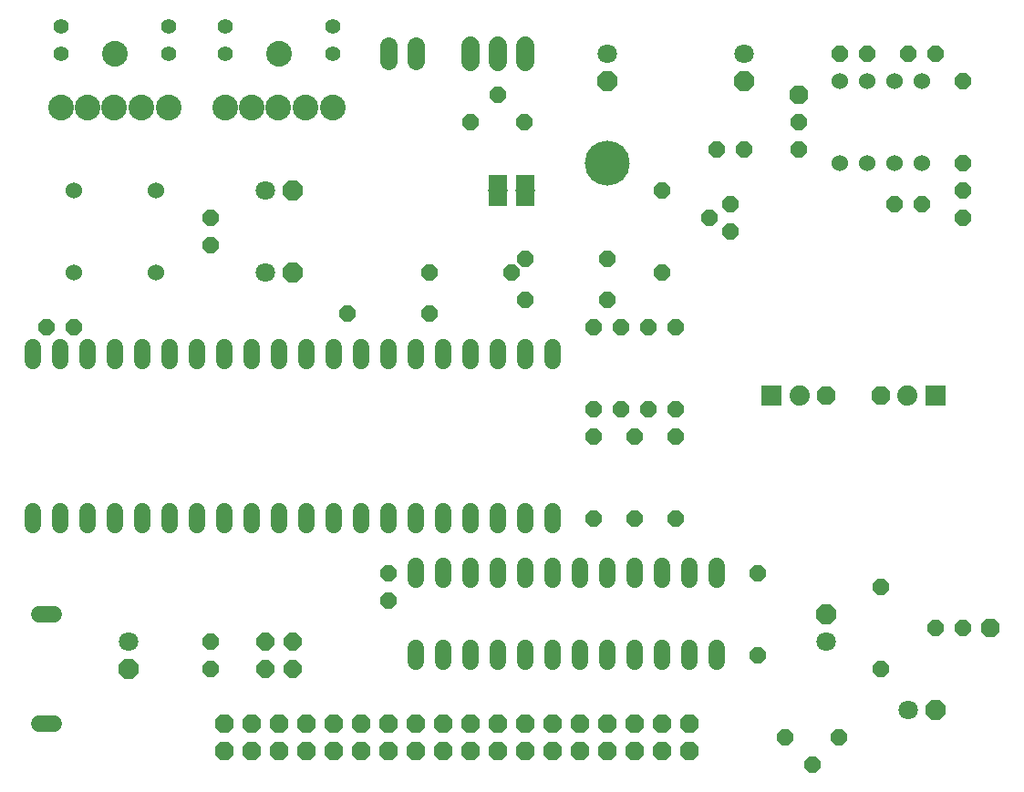
<source format=gbs>
G04 EAGLE Gerber RS-274X export*
G75*
%MOMM*%
%FSLAX34Y34*%
%LPD*%
%INSoldermask Bottom*%
%IPPOS*%
%AMOC8*
5,1,8,0,0,1.08239X$1,22.5*%
G01*
%ADD10P,1.649562X8X292.500000*%
%ADD11P,1.951982X8X292.500000*%
%ADD12C,1.803400*%
%ADD13P,1.649562X8X202.500000*%
%ADD14C,1.524000*%
%ADD15P,1.649562X8X22.500000*%
%ADD16P,1.649562X8X112.500000*%
%ADD17C,1.625600*%
%ADD18C,2.387600*%
%ADD19C,1.403200*%
%ADD20P,1.869504X8X22.500000*%
%ADD21P,1.951982X8X22.500000*%
%ADD22P,1.951982X8X112.500000*%
%ADD23C,4.165600*%
%ADD24P,1.869504X8X202.500000*%
%ADD25C,1.524000*%
%ADD26C,1.727200*%
%ADD27R,1.803400X1.371600*%
%ADD28R,1.828800X0.152400*%
%ADD29R,1.917700X1.917700*%
%ADD30C,1.879600*%
%ADD31P,1.759533X8X22.500000*%


D10*
X355600Y215900D03*
X355600Y190500D03*
D11*
X114300Y127000D03*
D12*
X114300Y152400D03*
D13*
X432054Y635000D03*
X482346Y635000D03*
X457200Y660400D03*
X685800Y609600D03*
X660400Y609600D03*
D14*
X774700Y596900D03*
X800100Y596900D03*
X800100Y673100D03*
X774700Y673100D03*
X825500Y596900D03*
X850900Y596900D03*
X825500Y673100D03*
X850900Y673100D03*
D13*
X800100Y698500D03*
X774700Y698500D03*
D10*
X736600Y635000D03*
X736600Y609600D03*
D15*
X838200Y698500D03*
X863600Y698500D03*
D16*
X889000Y596900D03*
X889000Y673100D03*
D10*
X889000Y571500D03*
X889000Y546100D03*
D17*
X381000Y691388D02*
X381000Y705612D01*
X355600Y705612D02*
X355600Y691388D01*
D18*
X254000Y698500D03*
X279000Y648500D03*
X304000Y648500D03*
X229000Y648500D03*
X204000Y648500D03*
D19*
X304000Y698500D03*
X304000Y723500D03*
X204000Y723500D03*
X204000Y698500D03*
D18*
X253600Y648500D03*
D20*
X736600Y660400D03*
D10*
X812800Y203200D03*
X812800Y127000D03*
D21*
X863600Y88900D03*
D12*
X838200Y88900D03*
D22*
X762000Y177800D03*
D12*
X762000Y152400D03*
D15*
X863600Y165100D03*
X889000Y165100D03*
D20*
X914400Y165100D03*
D15*
X825500Y558800D03*
X850900Y558800D03*
D10*
X190500Y152400D03*
X190500Y127000D03*
D23*
X558800Y596900D03*
D24*
X635000Y76200D03*
X609600Y76200D03*
X584200Y76200D03*
X558800Y76200D03*
X533400Y76200D03*
X508000Y76200D03*
X635000Y50800D03*
X609600Y50800D03*
X584200Y50800D03*
X558800Y50800D03*
X533400Y50800D03*
X508000Y50800D03*
X482600Y76200D03*
X482600Y50800D03*
X457200Y76200D03*
X431800Y76200D03*
X406400Y76200D03*
X381000Y76200D03*
X355600Y76200D03*
X330200Y76200D03*
X457200Y50800D03*
X431800Y50800D03*
X406400Y50800D03*
X381000Y50800D03*
X355600Y50800D03*
X330200Y50800D03*
X304800Y76200D03*
X304800Y50800D03*
X279400Y76200D03*
X254000Y76200D03*
X228600Y76200D03*
X203200Y76200D03*
X279400Y50800D03*
X254000Y50800D03*
X228600Y50800D03*
X203200Y50800D03*
D25*
X44704Y76200D02*
X31496Y76200D01*
X31496Y177800D02*
X44704Y177800D01*
D26*
X482600Y690880D02*
X482600Y706120D01*
X457200Y706120D02*
X457200Y690880D01*
X431800Y690880D02*
X431800Y706120D01*
D25*
X381000Y146304D02*
X381000Y133096D01*
X406400Y133096D02*
X406400Y146304D01*
X431800Y146304D02*
X431800Y133096D01*
X457200Y133096D02*
X457200Y146304D01*
X482600Y146304D02*
X482600Y133096D01*
X508000Y133096D02*
X508000Y146304D01*
X533400Y146304D02*
X533400Y133096D01*
X558800Y133096D02*
X558800Y146304D01*
X584200Y146304D02*
X584200Y133096D01*
X609600Y133096D02*
X609600Y146304D01*
X635000Y146304D02*
X635000Y133096D01*
X660400Y133096D02*
X660400Y146304D01*
X660400Y209296D02*
X660400Y222504D01*
X635000Y222504D02*
X635000Y209296D01*
X609600Y209296D02*
X609600Y222504D01*
X584200Y222504D02*
X584200Y209296D01*
X558800Y209296D02*
X558800Y222504D01*
X533400Y222504D02*
X533400Y209296D01*
X508000Y209296D02*
X508000Y222504D01*
X482600Y222504D02*
X482600Y209296D01*
X457200Y209296D02*
X457200Y222504D01*
X431800Y222504D02*
X431800Y209296D01*
X406400Y209296D02*
X406400Y222504D01*
X381000Y222504D02*
X381000Y209296D01*
D15*
X774446Y63500D03*
X724154Y63500D03*
X749300Y38100D03*
D27*
X482600Y563880D03*
X482600Y579120D03*
D28*
X482600Y571500D03*
D27*
X457200Y563880D03*
X457200Y579120D03*
D28*
X457200Y571500D03*
D29*
X711200Y381000D03*
X863600Y381000D03*
D30*
X737400Y381000D03*
X837400Y381000D03*
D20*
X812800Y381000D03*
X762000Y381000D03*
D14*
X63500Y571500D03*
X63500Y495300D03*
X139700Y495300D03*
X139700Y571500D03*
D10*
X190500Y546100D03*
X190500Y520700D03*
D25*
X25400Y273304D02*
X25400Y260096D01*
X50800Y260096D02*
X50800Y273304D01*
X177800Y273304D02*
X177800Y260096D01*
X203200Y260096D02*
X203200Y273304D01*
X76200Y273304D02*
X76200Y260096D01*
X101600Y260096D02*
X101600Y273304D01*
X152400Y273304D02*
X152400Y260096D01*
X127000Y260096D02*
X127000Y273304D01*
X228600Y273304D02*
X228600Y260096D01*
X254000Y260096D02*
X254000Y273304D01*
X279400Y273304D02*
X279400Y260096D01*
X304800Y260096D02*
X304800Y273304D01*
X330200Y273304D02*
X330200Y260096D01*
X355600Y260096D02*
X355600Y273304D01*
X381000Y273304D02*
X381000Y260096D01*
X406400Y260096D02*
X406400Y273304D01*
X431800Y273304D02*
X431800Y260096D01*
X457200Y260096D02*
X457200Y273304D01*
X482600Y273304D02*
X482600Y260096D01*
X508000Y260096D02*
X508000Y273304D01*
X508000Y412496D02*
X508000Y425704D01*
X482600Y425704D02*
X482600Y412496D01*
X457200Y412496D02*
X457200Y425704D01*
X431800Y425704D02*
X431800Y412496D01*
X406400Y412496D02*
X406400Y425704D01*
X381000Y425704D02*
X381000Y412496D01*
X355600Y412496D02*
X355600Y425704D01*
X330200Y425704D02*
X330200Y412496D01*
X304800Y412496D02*
X304800Y425704D01*
X279400Y425704D02*
X279400Y412496D01*
X254000Y412496D02*
X254000Y425704D01*
X228600Y425704D02*
X228600Y412496D01*
X203200Y412496D02*
X203200Y425704D01*
X177800Y425704D02*
X177800Y412496D01*
X152400Y412496D02*
X152400Y425704D01*
X127000Y425704D02*
X127000Y412496D01*
X101600Y412496D02*
X101600Y425704D01*
X76200Y425704D02*
X76200Y412496D01*
X50800Y412496D02*
X50800Y425704D01*
X25400Y425704D02*
X25400Y412496D01*
D16*
X546100Y368300D03*
X546100Y444500D03*
X571500Y368300D03*
X571500Y444500D03*
X596900Y368300D03*
X596900Y444500D03*
X546100Y266700D03*
X546100Y342900D03*
X584200Y266700D03*
X584200Y342900D03*
X622300Y266700D03*
X622300Y342900D03*
X622300Y368300D03*
X622300Y444500D03*
D15*
X482600Y469900D03*
X558800Y469900D03*
X482600Y508000D03*
X558800Y508000D03*
D13*
X469900Y495300D03*
X393700Y495300D03*
D15*
X317500Y457200D03*
X393700Y457200D03*
D21*
X266700Y571500D03*
D12*
X241300Y571500D03*
D21*
X266700Y495300D03*
D12*
X241300Y495300D03*
D18*
X101600Y698500D03*
X126600Y648500D03*
X151600Y648500D03*
X76600Y648500D03*
X51600Y648500D03*
D19*
X151600Y698500D03*
X151600Y723500D03*
X51600Y723500D03*
X51600Y698500D03*
D18*
X101200Y648500D03*
D15*
X38100Y444500D03*
X63500Y444500D03*
D11*
X685800Y673100D03*
D12*
X685800Y698500D03*
D10*
X698500Y215900D03*
X698500Y139700D03*
D16*
X673100Y558800D03*
X654050Y546100D03*
X673100Y533400D03*
D10*
X609600Y571500D03*
X609600Y495300D03*
D31*
X241300Y127000D03*
X241300Y152400D03*
X266700Y127000D03*
X266700Y152400D03*
D11*
X558800Y673100D03*
D12*
X558800Y698500D03*
M02*

</source>
